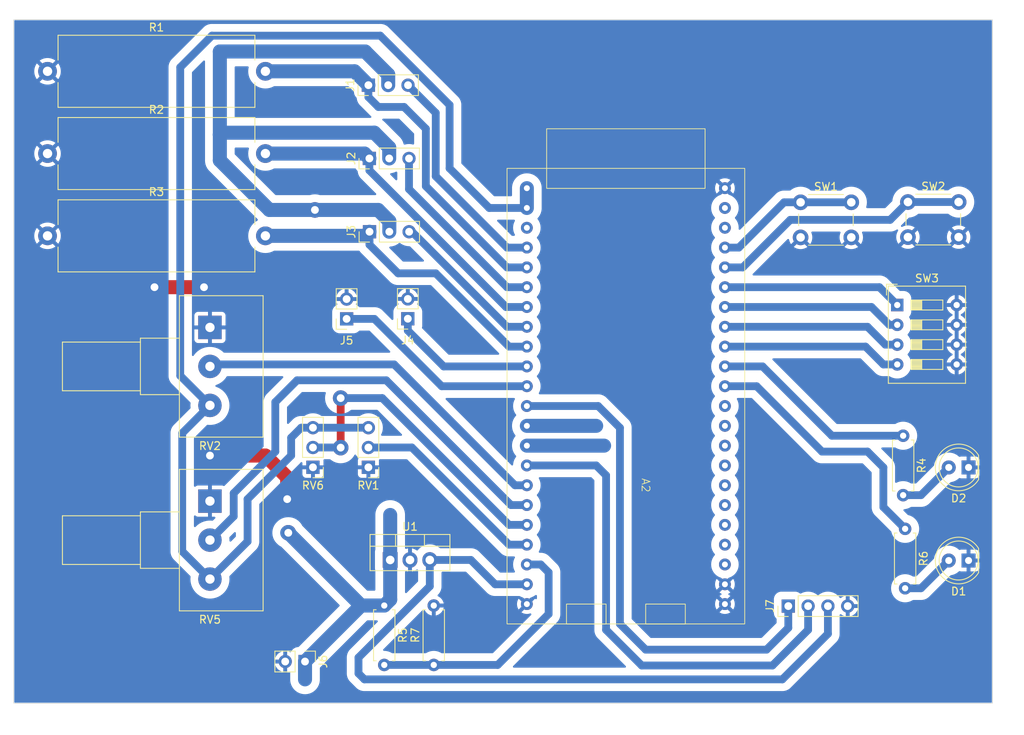
<source format=kicad_pcb>
(kicad_pcb (version 20221018) (generator pcbnew)
  (layers (0 "F.Cu" signal) (31 "B.Cu" signal) (34 "B.Paste" user) (35 "F.Paste" user) (36 "B.SilkS" user "B.Silkscreen") (37 "F.SilkS" user "F.Silkscreen") (38 "B.Mask" user) (39 "F.Mask" user) (44 "Edge.Cuts" user))
  (net 0 "")
  (net 1 "+3V3")
  (net 3 "ServoCurrSens_01")
  (net 4 "ServoCurrSens_02")
  (net 5 "ServoCurrSens_03")
  (net 6 "unconnected-(A2-3-Pad13)")
  (net 7 "ServoControl_03")
  (net 8 "Pot_03")
  (net 9 "ServoControl_02")
  (net 10 "ServoControl_01")
  (net 11 "OLED_SDA")
  (net 12 "BattVolt")
  (net 13 "unconnected-(A2-46-Pad14)")
  (net 14 "OLED_SCL")
  (net 15 "Pot_04")
  (net 16 "Pot_01")
  (net 17 "Pot_02")
  (net 18 "EMG_Sensor_01")
  (net 19 "EMG_Sensor_02")
  (net 20 "+5V")
  (net 21 "GND")
  (net 31 "Boostrap_03")
  (net 32 "Boostrap_02")
  (net 33 "Boostrap_01")
  (net 34 "Boostrap_00")
  (net 35 "DebugLED_0")
  (net 36 "DebugLED_1")
  (net 37 "Button_02")
  (net 38 "Button_01")
  (net 41 "Net-(D1-A)")
  (net 42 "+BATT")
  (net 43 "Net-(D2-A)")
  (footprint "Resistor_THT:R_Axial_Power_L25.0mm_W9.0mm_P27.94mm" (layer "F.Cu") (at 89.662 53.848)
    (fp_text reference "R1" (at 13.97 -5.62) (layer "F.SilkS"))
    (fp_text value "0.1")
    (pad "1" thru_hole circle (at 0 0) (size 2.4 2.4) (drill 1.2) (layers "*.Cu" "*.Mask") (net 21 "GND"))
    (pad "2" thru_hole oval (at 27.94 0) (size 2.4 2.4) (drill 1.2) (layers "*.Cu" "*.Mask") (net 3 "ServoCurrSens_01"))
  )
  (footprint "Resistor_THT:R_Axial_Power_L25.0mm_W9.0mm_P27.94mm" (layer "F.Cu") (at 89.662 64.398)
    (fp_text reference "R2" (at 13.97 -5.62) (layer "F.SilkS"))
    (fp_text value "0.1")
    (pad "1" thru_hole circle (at 0 0) (size 2.4 2.4) (drill 1.2) (layers "*.Cu" "*.Mask") (net 21 "GND"))
    (pad "2" thru_hole oval (at 27.94 0) (size 2.4 2.4) (drill 1.2) (layers "*.Cu" "*.Mask") (net 4 "ServoCurrSens_02"))
  )
  (footprint "Resistor_THT:R_Axial_DIN0207_L6.3mm_D2.5mm_P7.62mm_Horizontal" (layer "F.Cu") (at 199.385 100.584 -90)
    (fp_text reference "R4" (at 3.81 -2.37 90) (layer "F.SilkS"))
    (fp_text value "220")
    (pad "1" thru_hole circle (at 0 0 270) (size 1.6 1.6) (drill 0.8) (layers "*.Cu" "*.Mask") (net 36 "DebugLED_1"))
    (pad "2" thru_hole oval (at 7.62 0 270) (size 1.6 1.6) (drill 0.8) (layers "*.Cu" "*.Mask") (net 43 "Net-(D2-A)"))
  )
  (footprint "Resistor_THT:R_Axial_DIN0207_L6.3mm_D2.5mm_P7.62mm_Horizontal" (layer "F.Cu") (at 132.842 122.357 -90)
    (fp_text reference "R5" (at 3.81 -2.37 90) (layer "F.SilkS"))
    (fp_text value "4k7")
    (pad "1" thru_hole circle (at 0 0 270) (size 1.6 1.6) (drill 0.8) (layers "*.Cu" "*.Mask") (net 42 "+BATT"))
    (pad "2" thru_hole oval (at 7.62 0 270) (size 1.6 1.6) (drill 0.8) (layers "*.Cu" "*.Mask") (net 12 "BattVolt"))
  )
  (footprint "Button_Switch_THT:SW_DIP_SPSTx04_Slide_9.78x12.34mm_W7.62mm_P2.54mm" (layer "F.Cu") (at 198.628 83.82)
    (fp_text reference "SW3" (at 3.81 -3.42) (layer "F.SilkS"))
    (fp_text value "SW_Boostrap")
    (pad "1" thru_hole rect (at 0 0) (size 1.6 1.6) (drill 0.8) (layers "*.Cu" "*.Mask") (net 34 "Boostrap_00"))
    (pad "2" thru_hole oval (at 0 2.54) (size 1.6 1.6) (drill 0.8) (layers "*.Cu" "*.Mask") (net 33 "Boostrap_01"))
    (pad "3" thru_hole oval (at 0 5.08) (size 1.6 1.6) (drill 0.8) (layers "*.Cu" "*.Mask") (net 32 "Boostrap_02"))
    (pad "4" thru_hole oval (at 0 7.62) (size 1.6 1.6) (drill 0.8) (layers "*.Cu" "*.Mask") (net 31 "Boostrap_03"))
    (pad "5" thru_hole oval (at 7.62 7.62) (size 1.6 1.6) (drill 0.8) (layers "*.Cu" "*.Mask") (net 21 "GND"))
    (pad "6" thru_hole oval (at 7.62 5.08) (size 1.6 1.6) (drill 0.8) (layers "*.Cu" "*.Mask") (net 21 "GND"))
    (pad "7" thru_hole oval (at 7.62 2.54) (size 1.6 1.6) (drill 0.8) (layers "*.Cu" "*.Mask") (net 21 "GND"))
    (pad "8" thru_hole oval (at 7.62 0) (size 1.6 1.6) (drill 0.8) (layers "*.Cu" "*.Mask") (net 21 "GND"))
  )
  (footprint "Potentiometer_THT:Potentiometer_Alps_RK163_Single_Horizontal" (layer "F.Cu") (at 110.49 108.966)
    (fp_text reference "RV5" (at 0 15.2 180) (layer "F.SilkS"))
    (fp_text value "TrimPot_02")
    (pad "1" thru_hole rect (at 0 0 180) (size 3 3) (drill 1.2) (layers "*.Cu" "*.Mask") (net 21 "GND"))
    (pad "2" thru_hole circle (at 0 5 180) (size 3 3) (drill 1.2) (layers "*.Cu" "*.Mask") (net 17 "Pot_02"))
    (pad "3" thru_hole circle (at 0 10 180) (size 3 3) (drill 1.2) (layers "*.Cu" "*.Mask") (net 1 "+3V3"))
  )
  (footprint "Package_TO_SOT_THT:TO-220-3_Vertical" (layer "F.Cu") (at 133.604 116.515)
    (fp_text reference "U1" (at 2.54 -4.27) (layer "F.SilkS"))
    (fp_text value "LM7805_TO220")
    (pad "1" thru_hole rect (at 0 0) (size 1.905 2) (drill 1.1) (layers "*.Cu" "*.Mask") (net 42 "+BATT"))
    (pad "2" thru_hole oval (at 2.54 0) (size 1.905 2) (drill 1.1) (layers "*.Cu" "*.Mask") (net 21 "GND"))
    (pad "3" thru_hole oval (at 5.08 0) (size 1.905 2) (drill 1.1) (layers "*.Cu" "*.Mask") (net 20 "+5V"))
  )
  (footprint "Connector_PinHeader_2.54mm:PinHeader_1x04_P2.54mm_Vertical" (layer "F.Cu") (at 184.658 122.428 90)
    (fp_text reference "J7" (at 0 -2.33 90) (layer "F.SilkS"))
    (fp_text value "OLED_Disp")
    (pad "1" thru_hole rect (at 0 0 90) (size 1.7 1.7) (drill 1) (layers "*.Cu" "*.Mask") (net 11 "OLED_SDA"))
    (pad "2" thru_hole oval (at 0 2.54 90) (size 1.7 1.7) (drill 1) (layers "*.Cu" "*.Mask") (net 14 "OLED_SCL"))
    (pad "3" thru_hole oval (at 0 5.08 90) (size 1.7 1.7) (drill 1) (layers "*.Cu" "*.Mask") (net 20 "+5V"))
    (pad "4" thru_hole oval (at 0 7.62 90) (size 1.7 1.7) (drill 1) (layers "*.Cu" "*.Mask") (net 21 "GND"))
  )
  (footprint "Connector_PinHeader_2.54mm:PinHeader_1x03_P2.54mm_Vertical" (layer "F.Cu") (at 130.952 74.422 90)
    (fp_text reference "J3" (at 0 -2.33 90) (layer "F.SilkS"))
    (fp_text value "Servo_03")
    (pad "1" thru_hole rect (at 0 0 90) (size 1.7 1.7) (drill 1) (layers "*.Cu" "*.Mask") (net 5 "ServoCurrSens_03"))
    (pad "2" thru_hole oval (at 0 2.54 90) (size 1.7 1.7) (drill 1) (layers "*.Cu" "*.Mask") (net 42 "+BATT"))
    (pad "3" thru_hole oval (at 0 5.08 90) (size 1.7 1.7) (drill 1) (layers "*.Cu" "*.Mask") (net 7 "ServoControl_03"))
  )
  (footprint "Connector_PinSocket_2.54mm:PinSocket_1x02_P2.54mm_Vertical" (layer "F.Cu") (at 128.016 85.598 180)
    (fp_text reference "J5" (at 0 -2.77) (layer "F.SilkS"))
    (fp_text value "EMG_Sensor_02")
    (pad "1" thru_hole rect (at 0 0 180) (size 1.7 1.7) (drill 1) (layers "*.Cu" "*.Mask") (net 19 "EMG_Sensor_02"))
    (pad "2" thru_hole oval (at 0 2.54 180) (size 1.7 1.7) (drill 1) (layers "*.Cu" "*.Mask") (net 21 "GND"))
  )
  (footprint "LED_THT:LED_D5.0mm" (layer "F.Cu") (at 207.772 116.586 180)
    (fp_text reference "D1" (at 1.27 -3.96) (layer "F.SilkS"))
    (fp_text value "RED")
    (pad "1" thru_hole rect (at 0 0 180) (size 1.8 1.8) (drill 0.9) (layers "*.Cu" "*.Mask") (net 21 "GND"))
    (pad "2" thru_hole circle (at 2.54 0 180) (size 1.8 1.8) (drill 0.9) (layers "*.Cu" "*.Mask") (net 41 "Net-(D1-A)"))
  )
  (footprint "FootprintLibrary:ESP32S3_DevModule" (layer "F.Cu") (at 163.83 96.774 -90)
    (fp_text reference "A2" (at 10.16 -2.54 -90 unlocked) (layer "F.SilkS") (effects (font (thickness 0.1))))
    (fp_text value "~")
    (pad "1" thru_hole circle (at -27.94 12.7 270) (size 1.524 1.524) (drill 0.762) (layers "*.Cu" "*.Mask") (net 1 "+3V3"))
    (pad "2" thru_hole circle (at -25.4 12.7 270) (size 1.524 1.524) (drill 0.762) (layers "*.Cu" "*.Mask") (net 1 "+3V3"))
    (pad "3" thru_hole circle (at -22.86 12.7 270) (size 1.524 1.524) (drill 0.762) (layers "*.Cu" "*.Mask"))
    (pad "4" thru_hole circle (at -20.32 12.7 270) (size 1.524 1.524) (drill 0.762) (layers "*.Cu" "*.Mask") (net 10 "ServoControl_01"))
    (pad "5" thru_hole circle (at -17.78 12.7 270) (size 1.524 1.524) (drill 0.762) (layers "*.Cu" "*.Mask") (net 3 "ServoCurrSens_01"))
    (pad "6" thru_hole circle (at -15.24 12.7 270) (size 1.524 1.524) (drill 0.762) (layers "*.Cu" "*.Mask") (net 9 "ServoControl_02"))
    (pad "7" thru_hole circle (at -12.7 12.7 270) (size 1.524 1.524) (drill 0.762) (layers "*.Cu" "*.Mask") (net 4 "ServoCurrSens_02"))
    (pad "8" thru_hole circle (at -10.16 12.7 270) (size 1.524 1.524) (drill 0.762) (layers "*.Cu" "*.Mask") (net 7 "ServoControl_03"))
    (pad "9" thru_hole circle (at -7.62 12.7 270) (size 1.524 1.524) (drill 0.762) (layers "*.Cu" "*.Mask") (net 5 "ServoCurrSens_03"))
    (pad "10" thru_hole circle (at -5.08 12.7 270) (size 1.524 1.524) (drill 0.762) (layers "*.Cu" "*.Mask") (net 18 "EMG_Sensor_01"))
    (pad "11" thru_hole circle (at -2.54 12.7 270) (size 1.524 1.524) (drill 0.762) (layers "*.Cu" "*.Mask") (net 19 "EMG_Sensor_02"))
    (pad "12" thru_hole circle (at 0 12.7 270) (size 1.524 1.524) (drill 0.762) (layers "*.Cu" "*.Mask") (net 11 "OLED_SDA"))
    (pad "13" thru_hole circle (at 2.54 12.7 270) (size 1.524 1.524) (drill 0.762) (layers "*.Cu" "*.Mask") (net 6 "unconnected-(A2-3-Pad13)"))
    (pad "14" thru_hole circle (at 5.08 12.7 270) (size 1.524 1.524) (drill 0.762) (layers "*.Cu" "*.Mask") (net 13 "unconnected-(A2-46-Pad14)"))
    (pad "15" thru_hole circle (at 7.62 12.7 270) (size 1.524 1.524) (drill 0.762) (layers "*.Cu" "*.Mask") (net 14 "OLED_SCL"))
    (pad "16" thru_hole circle (at 10.16 12.7 270) (size 1.524 1.524) (drill 0.762) (layers "*.Cu" "*.Mask") (net 16 "Pot_01"))
    (pad "17" thru_hole circle (at 12.7 12.7 270) (size 1.524 1.524) (drill 0.762) (layers "*.Cu" "*.Mask") (net 17 "Pot_02"))
    (pad "18" thru_hole circle (at 15.24 12.7 270) (size 1.524 1.524) (drill 0.762) (layers "*.Cu" "*.Mask") (net 8 "Pot_03"))
    (pad "19" thru_hole circle (at 17.78 12.7 270) (size 1.524 1.524) (drill 0.762) (layers "*.Cu" "*.Mask") (net 15 "Pot_04"))
    (pad "20" thru_hole circle (at 20.32 12.7 270) (size 1.524 1.524) (drill 0.762) (layers "*.Cu" "*.Mask") (net 12 "BattVolt"))
    (pad "21" thru_hole circle (at 22.86 12.7 270) (size 1.524 1.524) (drill 0.762) (layers "*.Cu" "*.Mask") (net 20 "+5V"))
    (pad "22" thru_hole circle (at 25.4 12.7 270) (size 1.524 1.524) (drill 0.762) (layers "*.Cu" "*.Mask") (net 21 "GND"))
    (pad "23" thru_hole circle (at 25.4 -12.7 270) (size 1.524 1.524) (drill 0.762) (layers "*.Cu" "*.Mask") (net 21 "GND"))
    (pad "24" thru_hole circle (at 22.86 -12.7 270) (size 1.524 1.524) (drill 0.762) (layers "*.Cu" "*.Mask") (net 21 "GND"))
    (pad "25" thru_hole circle (at 20.32 -12.7 270) (size 1.524 1.524) (drill 0.762) (layers "*.Cu" "*.Mask"))
    (pad "26" thru_hole circle (at 17.78 -12.7 270) (size 1.524 1.524) (drill 0.762) (layers "*.Cu" "*.Mask"))
    (pad "27" thru_hole circle (at 15.24 -12.7 270) (size 1.524 1.524) (drill 0.762) (layers "*.Cu" "*.Mask"))
    (pad "28" thru_hole circle (at 12.7 -12.7 270) (size 1.524 1.524) (drill 0.762) (layers "*.Cu" "*.Mask"))
    (pad "29" thru_hole circle (at 10.16 -12.7 270) (size 1.524 1.524) (drill 0.762) (layers "*.Cu" "*.Mask"))
    (pad "30" thru_hole circle (at 7.62 -12.7 270) (size 1.524 1.524) (drill 0.762) (layers "*.Cu" "*.Mask"))
    (pad "31" thru_hole circle (at 5.08 -12.7 270) (size 1.524 1.524) (drill 0.762) (layers "*.Cu" "*.Mask"))
    (pad "32" thru_hole circle (at 2.54 -12.7 270) (size 1.524 1.524) (drill 0.762) (layers "*.Cu" "*.Mask"))
    (pad "33" thru_hole circle (at 0 -12.7 270) (size 1.524 1.524) (drill 0.762) (layers "*.Cu" "*.Mask"))
    (pad "34" thru_hole circle (at -2.54 -12.7 270) (size 1.524 1.524) (drill 0.762) (layers "*.Cu" "*.Mask") (net 35 "DebugLED_0"))
    (pad "35" thru_hole circle (at -5.08 -12.7 270) (size 1.524 1.524) (drill 0.762) (layers "*.Cu" "*.Mask") (net 36 "DebugLED_1"))
    (pad "36" thru_hole circle (at -7.62 -12.7 270) (size 1.524 1.524) (drill 0.762) (layers "*.Cu" "*.Mask") (net 31 "Boostrap_03"))
    (pad "37" thru_hole circle (at -10.16 -12.7 270) (size 1.524 1.524) (drill 0.762) (layers "*.Cu" "*.Mask") (net 32 "Boostrap_02"))
    (pad "38" thru_hole circle (at -12.7 -12.7 270) (size 1.524 1.524) (drill 0.762) (layers "*.Cu" "*.Mask") (net 33 "Boostrap_01"))
    (pad "39" thru_hole circle (at -15.24 -12.7 270) (size 1.524 1.524) (drill 0.762) (layers "*.Cu" "*.Mask") (net 34 "Boostrap_00"))
    (pad "40" thru_hole circle (at -17.78 -12.7 270) (size 1.524 1.524) (drill 0.762) (layers "*.Cu" "*.Mask") (net 37 "Button_02"))
    (pad "41" thru_hole circle (at -20.32 -12.7 270) (size 1.524 1.524) (drill 0.762) (layers "*.Cu" "*.Mask") (net 38 "Button_01"))
    (pad "42" thru_hole circle (at -22.86 -12.7 270) (size 1.524 1.524) (drill 0.762) (layers "*.Cu" "*.Mask"))
    (pad "43" thru_hole circle (at -25.4 -12.7 270) (size 1.524 1.524) (drill 0.762) (layers "*.Cu" "*.Mask"))
    (pad "44" thru_hole circle (at -27.94 -12.7 270) (size 1.524 1.524) (drill 0.762) (layers "*.Cu" "*.Mask") (net 21 "GND"))
  )
  (footprint "Potentiometer_THT:Potentiometer_Alps_RK163_Single_Horizontal" (layer "F.Cu") (at 110.49 86.694)
    (fp_text reference "RV2" (at 0 15.2 180) (layer "F.SilkS"))
    (fp_text value "TrimPot_01")
    (pad "1" thru_hole rect (at 0 0 180) (size 3 3) (drill 1.2) (layers "*.Cu" "*.Mask") (net 21 "GND"))
    (pad "2" thru_hole circle (at 0 5 180) (size 3 3) (drill 1.2) (layers "*.Cu" "*.Mask") (net 16 "Pot_01"))
    (pad "3" thru_hole circle (at 0 10 180) (size 3 3) (drill 1.2) (layers "*.Cu" "*.Mask") (net 1 "+3V3"))
  )
  (footprint "Resistor_THT:R_Axial_Power_L25.0mm_W9.0mm_P27.94mm" (layer "F.Cu") (at 89.662 74.948)
    (fp_text reference "R3" (at 13.97 -5.62) (layer "F.SilkS"))
    (fp_text value "0.1")
    (pad "1" thru_hole circle (at 0 0) (size 2.4 2.4) (drill 1.2) (layers "*.Cu" "*.Mask") (net 21 "GND"))
    (pad "2" thru_hole oval (at 27.94 0) (size 2.4 2.4) (drill 1.2) (layers "*.Cu" "*.Mask") (net 5 "ServoCurrSens_03"))
  )
  (footprint "Connector_PinHeader_2.54mm:PinHeader_1x03_P2.54mm_Vertical" (layer "F.Cu") (at 130.81 55.626 90)
    (fp_text reference "J1" (at 0 -2.33 90) (layer "F.SilkS"))
    (fp_text value "Servo_01")
    (pad "1" thru_hole rect (at 0 0 90) (size 1.7 1.7) (drill 1) (layers "*.Cu" "*.Mask") (net 3 "ServoCurrSens_01"))
    (pad "2" thru_hole oval (at 0 2.54 90) (size 1.7 1.7) (drill 1) (layers "*.Cu" "*.Mask") (net 42 "+BATT"))
    (pad "3" thru_hole oval (at 0 5.08 90) (size 1.7 1.7) (drill 1) (layers "*.Cu" "*.Mask") (net 10 "ServoControl_01"))
  )
  (footprint "Connector_PinHeader_2.54mm:PinHeader_1x02_P2.54mm_Vertical" (layer "F.Cu") (at 122.682 129.54 -90)
    (fp_text reference "J6" (at 0 -2.33 90) (layer "F.SilkS"))
    (fp_text value "Bat_Con")
    (pad "1" thru_hole rect (at 0 0 270) (size 1.7 1.7) (drill 1) (layers "*.Cu" "*.Mask") (net 42 "+BATT"))
    (pad "2" thru_hole oval (at 0 2.54 270) (size 1.7 1.7) (drill 1) (layers "*.Cu" "*.Mask") (net 21 "GND"))
  )
  (footprint "Resistor_THT:R_Axial_DIN0207_L6.3mm_D2.5mm_P7.62mm_Horizontal" (layer "F.Cu") (at 199.639 112.522 -90)
    (fp_text reference "R6" (at 3.81 -2.37 90) (layer "F.SilkS"))
    (fp_text value "220")
    (pad "1" thru_hole circle (at 0 0 270) (size 1.6 1.6) (drill 0.8) (layers "*.Cu" "*.Mask") (net 35 "DebugLED_0"))
    (pad "2" thru_hole oval (at 7.62 0 270) (size 1.6 1.6) (drill 0.8) (layers "*.Cu" "*.Mask") (net 41 "Net-(D1-A)"))
  )
  (footprint "Connector_PinSocket_2.54mm:PinSocket_1x02_P2.54mm_Vertical" (layer "F.Cu") (at 135.865 85.578 180)
    (fp_text reference "J4" (at 0 -2.77) (layer "F.SilkS"))
    (fp_text value "EMG_Sensor_01")
    (pad "1" thru_hole rect (at 0 0 180) (size 1.7 1.7) (drill 1) (layers "*.Cu" "*.Mask") (net 18 "EMG_Sensor_01"))
    (pad "2" thru_hole oval (at 0 2.54 180) (size 1.7 1.7) (drill 1) (layers "*.Cu" "*.Mask") (net 21 "GND"))
  )
  (footprint "Resistor_THT:R_Axial_DIN0207_L6.3mm_D2.5mm_P7.62mm_Horizontal" (layer "F.Cu") (at 139.192 129.977 90)
    (fp_text reference "R7" (at 3.81 -2.37 90) (layer "F.SilkS"))
    (fp_text value "1k2")
    (pad "1" thru_hole circle (at 0 0 90) (size 1.6 1.6) (drill 0.8) (layers "*.Cu" "*.Mask") (net 12 "BattVolt"))
    (pad "2" thru_hole oval (at 7.62 0 90) (size 1.6 1.6) (drill 0.8) (layers "*.Cu" "*.Mask") (net 21 "GND"))
  )
  (footprint "Button_Switch_THT:SW_PUSH_6mm" (layer "F.Cu") (at 186.234 70.648)
    (fp_text reference "SW1" (at 3.25 -2) (layer "F.SilkS"))
    (fp_text value "Button_01")
    (pad "1" thru_hole circle (at 0 0 90) (size 2 2) (drill 1.1) (layers "*.Cu" "*.Mask") (net 38 "Button_01"))
    (pad "1" thru_hole circle (at 6.5 0 90) (size 2 2) (drill 1.1) (layers "*.Cu" "*.Mask") (net 38 "Button_01"))
    (pad "2" thru_hole circle (at 0 4.5 90) (size 2 2) (drill 1.1) (layers "*.Cu" "*.Mask") (net 21 "GND"))
    (pad "2" thru_hole circle (at 6.5 4.5 90) (size 2 2) (drill 1.1) (layers "*.Cu" "*.Mask") (net 21 "GND"))
  )
  (footprint "Button_Switch_THT:SW_PUSH_6mm" (layer "F.Cu") (at 200.002 70.612)
    (fp_text reference "SW2" (at 3.25 -2) (layer "F.SilkS"))
    (fp_text value "Button_02")
    (pad "1" thru_hole circle (at 0 0 90) (size 2 2) (drill 1.1) (layers "*.Cu" "*.Mask") (net 37 "Button_02"))
    (pad "1" thru_hole circle (at 6.5 0 90) (size 2 2) (drill 1.1) (layers "*.Cu" "*.Mask") (net 37 "Button_02"))
    (pad "2" thru_hole circle (at 0 4.5 90) (size 2 2) (drill 1.1) (layers "*.Cu" "*.Mask") (net 21 "GND"))
    (pad "2" thru_hole circle (at 6.5 4.5 90) (size 2 2) (drill 1.1) (layers "*.Cu" "*.Mask") (net 21 "GND"))
  )
  (footprint "LED_THT:LED_D5.0mm" (layer "F.Cu") (at 207.772 104.648 180)
    (fp_text reference "D2" (at 1.27 -3.96) (layer "F.SilkS"))
    (fp_text value "GREEN")
    (pad "1" thru_hole rect (at 0 0 180) (size 1.8 1.8) (drill 0.9) (layers "*.Cu" "*.Mask") (net 21 "GND"))
    (pad "2" thru_hole circle (at 2.54 0 180) (size 1.8 1.8) (drill 0.9) (layers "*.Cu" "*.Mask") (net 43 "Net-(D2-A)"))
  )
  (footprint "Connector_PinHeader_2.54mm:PinHeader_1x03_P2.54mm_Vertical" (layer "F.Cu") (at 130.937 65.024 90)
    (fp_text reference "J2" (at 0 -2.33 90) (layer "F.SilkS"))
    (fp_text value "Servo_02")
    (pad "1" thru_hole rect (at 0 0 90) (size 1.7 1.7) (drill 1) (layers "*.Cu" "*.Mask") (net 4 "ServoCurrSens_02"))
    (pad "2" thru_hole oval (at 0 2.54 90) (size 1.7 1.7) (drill 1) (layers "*.Cu" "*.Mask") (net 42 "+BATT"))
    (pad "3" thru_hole oval (at 0 5.08 90) (size 1.7 1.7) (drill 1) (layers "*.Cu" "*.Mask") (net 9 "ServoControl_02"))
  )
  (footprint "Connector_PinHeader_2.54mm:PinHeader_1x03_P2.54mm_Vertical" (layer "F.Cu") (at 130.81 104.633 180)
    (fp_text reference "RV1" (at 0 -2.33) (layer "F.SilkS"))
    (fp_text value "TrimPot_04")
    (pad "1" thru_hole rect (at 0 0 180) (size 1.7 1.7) (drill 1) (layers "*.Cu" "*.Mask") (net 21 "GND"))
    (pad "2" thru_hole oval (at 0 2.54 180) (size 1.7 1.7) (drill 1) (layers "*.Cu" "*.Mask") (net 15 "Pot_04"))
    (pad "3" thru_hole oval (at 0 5.08 180) (size 1.7 1.7) (drill 1) (layers "*.Cu" "*.Mask") (net 1 "+3V3"))
  )
  (footprint "Connector_PinHeader_2.54mm:PinHeader_1x03_P2.54mm_Vertical" (layer "F.Cu") (at 123.698 104.633 180)
    (fp_text reference "RV6" (at 0 -2.33) (layer "F.SilkS"))
    (fp_text value "TrimPot_03")
    (pad "1" thru_hole rect (at 0 0 180) (size 1.7 1.7) (drill 1) (layers "*.Cu" "*.Mask") (net 21 "GND"))
    (pad "2" thru_hole oval (at 0 2.54 180) (size 1.7 1.7) (drill 1) (layers "*.Cu" "*.Mask") (net 8 "Pot_03"))
    (pad "3" thru_hole oval (at 0 5.08 180) (size 1.7 1.7) (drill 1) (layers "*.Cu" "*.Mask") (net 1 "+3V3"))
  )
  (gr_rect (start 85.344 47.244) (end 210.82 134.874) (stroke (width 0.1)) (fill none) (layer "Edge.Cuts"))
  (segment (start 151.13 68.834) (end 151.13 71.374) (width 1.8) (layer "B.Cu") (net 1))
  (segment (start 106.934 100.25) (end 106.934 115.41) (width 1) (layer "B.Cu") (net 1))
  (segment (start 120.904 100.838) (end 120.904 103.124) (width 1) (layer "B.Cu") (net 1))
  (segment (start 146.304 71.374) (end 151.13 71.374) (width 1) (layer "B.Cu") (net 1))
  (segment (start 132.334 49.276) (end 141.224 58.166) (width 1) (layer "B.Cu") (net 1))
  (segment (start 106.68 92.884) (end 106.68 53.34) (width 1) (layer "B.Cu") (net 1))
  (segment (start 141.224 66.294) (end 146.304 71.374) (width 1) (layer "B.Cu") (net 1))
  (segment (start 110.49 96.694) (end 106.934 100.25) (width 1) (layer "B.Cu") (net 1))
  (segment (start 110.49 96.694) (end 106.68 92.884) (width 1) (layer "B.Cu") (net 1))
  (segment (start 115.316 108.712) (end 115.316 114.14) (width 1) (layer "B.Cu") (net 1))
  (segment (start 141.224 58.166) (end 141.224 66.294) (width 1) (layer "B.Cu") (net 1))
  (segment (start 106.934 115.41) (end 110.49 118.966) (width 1) (layer "B.Cu") (net 1))
  (segment (start 122.189 99.553) (end 120.904 100.838) (width 1) (layer "B.Cu") (net 1))
  (segment (start 110.744 49.276) (end 132.334 49.276) (width 1) (layer "B.Cu") (net 1))
  (segment (start 123.698 99.553) (end 122.189 99.553) (width 1) (layer "B.Cu") (net 1))
  (segment (start 120.904 103.124) (end 115.316 108.712) (width 1) (layer "B.Cu") (net 1))
  (segment (start 106.68 53.34) (end 110.744 49.276) (width 1) (layer "B.Cu") (net 1))
  (segment (start 115.316 114.14) (end 110.49 118.966) (width 1) (layer "B.Cu") (net 1))
  (segment (start 130.81 99.553) (end 123.698 99.553) (width 1) (layer "B.Cu") (net 1))
  (segment (start 129.032 53.848) (end 130.81 55.626) (width 1.8) (layer "B.Cu") (net 3))
  (segment (start 148.59 78.994) (end 151.13 78.994) (width 1) (layer "B.Cu") (net 3))
  (segment (start 138.176 68.58) (end 148.59 78.994) (width 1) (layer "B.Cu") (net 3))
  (segment (start 132.08 58.42) (end 135.382 58.42) (width 1) (layer "B.Cu") (net 3))
  (segment (start 130.81 55.626) (end 130.81 57.15) (width 1) (layer "B.Cu") (net 3))
  (segment (start 130.81 57.15) (end 132.08 58.42) (width 1) (layer "B.Cu") (net 3))
  (segment (start 138.176 61.214) (end 138.176 68.58) (width 1) (layer "B.Cu") (net 3))
  (segment (start 135.382 58.42) (end 138.176 61.214) (width 1) (layer "B.Cu") (net 3))
  (segment (start 117.602 53.848) (end 129.032 53.848) (width 1.8) (layer "B.Cu") (net 3))
  (segment (start 148.463 84.074) (end 151.13 84.074) (width 1) (layer "B.Cu") (net 4))
  (segment (start 130.937 66.548) (end 148.463 84.074) (width 1) (layer "B.Cu") (net 4))
  (segment (start 117.602 64.398) (end 130.311 64.398) (width 1.8) (layer "B.Cu") (net 4))
  (segment (start 130.937 65.024) (end 130.937 66.548) (width 1) (layer "B.Cu") (net 4))
  (segment (start 130.311 64.398) (end 130.937 65.024) (width 1.8) (layer "B.Cu") (net 4))
  (segment (start 134.62 79.756) (end 139.446 79.756) (width 1) (layer "B.Cu") (net 5))
  (segment (start 117.602 74.948) (end 130.426 74.948) (width 1.8) (layer "B.Cu") (net 5))
  (segment (start 130.426 74.948) (end 130.952 74.422) (width 1.8) (layer "B.Cu") (net 5))
  (segment (start 130.952 76.088) (end 134.62 79.756) (width 1) (layer "B.Cu") (net 5))
  (segment (start 139.446 79.756) (end 148.844 89.154) (width 1) (layer "B.Cu") (net 5))
  (segment (start 130.952 74.422) (end 130.952 76.088) (width 1) (layer "B.Cu") (net 5))
  (segment (start 148.844 89.154) (end 151.13 89.154) (width 1) (layer "B.Cu") (net 5))
  (segment (start 151.13 99.314) (end 160.02 99.314) (width 1.8) (layer "B.Cu") (net 6))
  (segment (start 136.032 74.422) (end 136.398 74.422) (width 1) (layer "B.Cu") (net 7))
  (segment (start 136.398 74.422) (end 148.59 86.614) (width 1) (layer "B.Cu") (net 7))
  (segment (start 148.59 86.614) (end 151.13 86.614) (width 1) (layer "B.Cu") (net 7))
  (segment (start 127.254 95.758) (end 127.254 102.108) (width 1) (layer "F.Cu") (net 8))
  (via (at 127.254 95.758) (size 2) (drill 1) (layers "F.Cu" "B.Cu") (net 8))
  (via (at 127.254 102.108) (size 2) (drill 1) (layers "F.Cu" "B.Cu") (net 8))
  (segment (start 132.588 95.758) (end 127.254 95.758) (width 1) (layer "B.Cu") (net 8))
  (segment (start 151.13 112.014) (end 148.844 112.014) (width 1) (layer "B.Cu") (net 8))
  (segment (start 123.698 102.093) (end 127.239 102.093) (width 1) (layer "B.Cu") (net 8))
  (segment (start 148.844 112.014) (end 132.588 95.758) (width 1) (layer "B.Cu") (net 8))
  (segment (start 127.239 102.093) (end 127.254 102.108) (width 1) (layer "B.Cu") (net 8))
  (segment (start 136.017 65.024) (end 136.017 68.961) (width 1) (layer "B.Cu") (net 9))
  (segment (start 148.59 81.534) (end 151.13 81.534) (width 1) (layer "B.Cu") (net 9))
  (segment (start 136.017 68.961) (end 148.59 81.534) (width 1) (layer "B.Cu") (net 9))
  (segment (start 139.446 67.31) (end 148.59 76.454) (width 1) (layer "B.Cu") (net 10))
  (segment (start 148.59 76.454) (end 151.13 76.454) (width 1) (layer "B.Cu") (net 10))
  (segment (start 139.446 59.182) (end 139.446 67.31) (width 1) (layer "B.Cu") (net 10))
  (segment (start 135.89 55.626) (end 139.446 59.182) (width 1) (layer "B.Cu") (net 10))
  (segment (start 163.068 99.568) (end 163.068 124.714) (width 1) (layer "B.Cu") (net 11))
  (segment (start 163.068 124.714) (end 166.37 128.016) (width 1) (layer "B.Cu") (net 11))
  (segment (start 166.37 128.016) (end 181.864 128.016) (width 1) (layer "B.Cu") (net 11))
  (segment (start 181.864 128.016) (end 184.658 125.222) (width 1) (layer "B.Cu") (net 11))
  (segment (start 160.274 96.774) (end 163.068 99.568) (width 1) (layer "B.Cu") (net 11))
  (segment (start 151.13 96.774) (end 160.274 96.774) (width 1) (layer "B.Cu") (net 11))
  (segment (start 184.658 125.222) (end 184.658 122.428) (width 1) (layer "B.Cu") (net 11))
  (segment (start 152.908 117.094) (end 151.13 117.094) (width 1) (layer "B.Cu") (net 12))
  (segment (start 147.391 129.977) (end 153.924 123.444) (width 1) (layer "B.Cu") (net 12))
  (segment (start 153.924 123.444) (end 153.924 118.11) (width 1) (layer "B.Cu") (net 12))
  (segment (start 132.842 129.977) (end 139.192 129.977) (width 1) (layer "B.Cu") (net 12))
  (segment (start 139.192 129.977) (end 147.391 129.977) (width 1) (layer "B.Cu") (net 12))
  (segment (start 153.924 118.11) (end 152.908 117.094) (width 1) (layer "B.Cu") (net 12))
  (segment (start 151.13 101.854) (end 161.036 101.854) (width 1.8) (layer "B.Cu") (net 13))
  (segment (start 182.626 130.048) (end 187.198 125.476) (width 1) (layer "B.Cu") (net 14))
  (segment (start 161.29 105.664) (end 161.29 125.476) (width 1) (layer "B.Cu") (net 14))
  (segment (start 161.29 125.476) (end 165.862 130.048) (width 1) (layer "B.Cu") (net 14))
  (segment (start 187.198 125.476) (end 187.198 122.428) (width 1) (layer "B.Cu") (net 14))
  (segment (start 165.862 130.048) (end 182.626 130.048) (width 1) (layer "B.Cu") (net 14))
  (segment (start 160.02 104.394) (end 161.29 105.664) (width 1) (layer "B.Cu") (net 14))
  (segment (start 151.13 104.394) (end 160.02 104.394) (width 1) (layer "B.Cu") (net 14))
  (segment (start 130.81 102.093) (end 136.383 102.093) (width 1) (layer "B.Cu") (net 15))
  (segment (start 148.844 114.554) (end 151.13 114.554) (width 1) (layer "B.Cu") (net 15))
  (segment (start 136.383 102.093) (end 148.844 114.554) (width 1) (layer "B.Cu") (net 15))
  (segment (start 149.606 106.934) (end 134.112 91.44) (width 1) (layer "B.Cu") (net 16))
  (segment (start 110.744 91.44) (end 110.49 91.694) (width 1) (layer "B.Cu") (net 16))
  (segment (start 151.13 106.934) (end 149.606 106.934) (width 1) (layer "B.Cu") (net 16))
  (segment (start 134.112 91.44) (end 110.744 91.44) (width 1) (layer "B.Cu") (net 16))
  (segment (start 133.096 93.472) (end 149.098 109.474) (width 1) (layer "B.Cu") (net 17))
  (segment (start 110.49 113.966) (end 113.538 110.918) (width 1) (layer "B.Cu") (net 17))
  (segment (start 149.098 109.474) (end 151.13 109.474) (width 1) (layer "B.Cu") (net 17))
  (segment (start 121.666 93.472) (end 133.096 93.472) (width 1) (layer "B.Cu") (net 17))
  (segment (start 113.538 110.918) (end 113.538 107.95) (width 1) (layer "B.Cu") (net 17))
  (segment (start 113.538 107.95) (end 118.872 102.616) (width 1) (layer "B.Cu") (net 17))
  (segment (start 118.872 96.266) (end 121.666 93.472) (width 1) (layer "B.Cu") (net 17))
  (segment (start 118.872 102.616) (end 118.872 96.266) (width 1) (layer "B.Cu") (net 17))
  (segment (start 135.865 85.578) (end 135.865 87.097) (width 1) (layer "B.Cu") (net 18))
  (segment (start 140.462 91.694) (end 151.13 91.694) (width 1) (layer "B.Cu") (net 18))
  (segment (start 135.865 87.097) (end 140.462 91.694) (width 1) (layer "B.Cu") (net 18))
  (segment (start 140.208 94.234) (end 151.13 94.234) (width 1) (layer "B.Cu") (net 19))
  (segment (start 128.016 85.598) (end 131.572 85.598) (width 1) (layer "B.Cu") (net 19))
  (segment (start 131.572 85.598) (end 140.208 94.234) (width 1) (layer "B.Cu") (net 19))
  (segment (start 130.302 131.826) (end 129.54 131.064) (width 1) (layer "B.Cu") (net 20))
  (segment (start 183.896 131.826) (end 130.302 131.826) (width 1) (layer "B.Cu") (net 20))
  (segment (start 138.684 119.888) (end 138.684 116.515) (width 1) (layer "B.Cu") (net 20))
  (segment (start 138.684 116.515) (end 143.947 116.515) (width 1) (layer "B.Cu") (net 20))
  (segment (start 143.947 116.515) (end 147.066 119.634) (width 1) (layer "B.Cu") (net 20))
  (segment (start 189.738 125.984) (end 183.896 131.826) (width 1) (layer "B.Cu") (net 20))
  (segment (start 189.738 122.428) (end 189.738 125.984) (width 1) (layer "B.Cu") (net 20))
  (segment (start 129.54 131.064) (end 129.54 129.032) (width 1) (layer "B.Cu") (net 20))
  (segment (start 129.54 129.032) (end 138.684 119.888) (width 1) (layer "B.Cu") (net 20))
  (segment (start 147.066 119.634) (end 151.13 119.634) (width 1) (layer "B.Cu") (net 20))
  (segment (start 120.396 105.918) (end 120.396 108.712) (width 1.8) (layer "F.Cu") (net 21))
  (segment (start 117.602 103.124) (end 120.396 105.918) (width 1.8) (layer "F.Cu") (net 21))
  (segment (start 109.728 81.534) (end 103.378 81.534) (width 1.8) (layer "F.Cu") (net 21))
  (segment (start 110.49 103.124) (end 117.602 103.124) (width 1.8) (layer "F.Cu") (net 21))
  (via (at 120.396 108.712) (size 2) (drill 1) (layers "F.Cu" "B.Cu") (net 21))
  (via (at 103.378 81.534) (size 2) (drill 1) (layers "F.Cu" "B.Cu") (net 21))
  (via (at 109.728 81.534) (size 2) (drill 1) (layers "F.Cu" "B.Cu") (net 21))
  (via (at 110.49 103.124) (size 2) (drill 1) (layers "F.Cu" "B.Cu") (net 21))
  (segment (start 176.53 89.154) (end 194.564 89.154) (width 1) (layer "B.Cu") (net 31))
  (segment (start 194.564 89.154) (end 196.85 91.44) (width 1) (layer "B.Cu") (net 31))
  (segment (start 196.85 91.44) (end 198.628 91.44) (width 1) (layer "B.Cu") (net 31))
  (segment (start 194.818 86.614) (end 197.104 88.9) (width 1) (layer "B.Cu") (net 32))
  (segment (start 176.53 86.614) (end 194.818 86.614) (width 1) (layer "B.Cu") (net 32))
  (segment (start 197.104 88.9) (end 198.628 88.9) (width 1) (layer "B.Cu") (net 32))
  (segment (start 176.53 84.074) (end 195.326 84.074) (width 1) (layer "B.Cu") (net 33))
  (segment (start 195.326 84.074) (end 197.612 86.36) (width 1) (layer "B.Cu") (net 33))
  (segment (start 197.612 86.36) (end 198.628 86.36) (width 1) (layer "B.Cu") (net 33))
  (segment (start 176.53 81.534) (end 196.342 81.534) (width 1) (layer "B.Cu") (net 34))
  (segment (start 196.342 81.534) (end 198.628 83.82) (width 1) (layer "B.Cu") (net 34))
  (segment (start 194.818 102.616) (end 196.85 104.648) (width 1) (layer "B.Cu") (net 35))
  (segment (start 176.53 94.234) (end 180.594 94.234) (width 1) (layer "B.Cu") (net 35))
  (segment (start 196.85 104.648) (end 196.85 109.733) (width 1) (layer "B.Cu") (net 35))
  (segment (start 188.976 102.616) (end 194.818 102.616) (width 1) (layer "B.Cu") (net 35))
  (segment (start 180.594 94.234) (end 188.976 102.616) (width 1) (layer "B.Cu") (net 35))
  (segment (start 196.85 109.733) (end 199.639 112.522) (width 1) (layer "B.Cu") (net 35))
  (segment (start 190.246 100.584) (end 199.385 100.584) (width 1) (layer "B.Cu") (net 36))
  (segment (start 176.53 91.694) (end 181.356 91.694) (width 1) (layer "B.Cu") (net 36))
  (segment (start 181.356 91.694) (end 190.246 100.584) (width 1) (layer "B.Cu") (net 36))
  (segment (start 176.53 78.994) (end 178.816 78.994) (width 1) (layer "B.Cu") (net 37))
  (segment (start 206.502 70.612) (end 200.002 70.612) (width 1) (layer "B.Cu") (net 37))
  (segment (start 178.816 78.994) (end 184.912 72.898) (width 1) (layer "B.Cu") (net 37))
  (segment (start 197.716 72.898) (end 200.002 70.612) (width 1) (layer "B.Cu") (net 37))
  (segment (start 184.912 72.898) (end 197.716 72.898) (width 1) (layer "B.Cu") (net 37))
  (segment (start 184.114 70.648) (end 186.234 70.648) (width 1) (layer "B.Cu") (net 38))
  (segment (start 186.234 70.648) (end 192.734 70.648) (width 1) (layer "B.Cu") (net 38))
  (segment (start 178.308 76.454) (end 184.114 70.648) (width 1) (layer "B.Cu") (net 38))
  (segment (start 176.53 76.454) (end 178.308 76.454) (width 1) (layer "B.Cu") (net 38))
  (segment (start 201.676 120.142) (end 205.232 116.586) (width 1) (layer "B.Cu") (net 41))
  (segment (start 199.639 120.142) (end 201.676 120.142) (width 1) (layer "B.Cu") (net 41))
  (via (at 123.952 71.628) (size 2) (drill 1) (layers "F.Cu" "B.Cu") (net 42))
  (via (at 120.538 113.03) (size 2) (drill 1) (layers "F.Cu" "B.Cu") (net 42))
  (segment (start 112.014 61.722) (end 131.572 61.722) (width 1.8) (layer "B.Cu") (net 42))
  (segment (start 123.952 71.628) (end 132.058 71.628) (width 1.8) (layer "B.Cu") (net 42))
  (segment (start 132.058 71.628) (end 133.492 73.062) (width 1.8) (layer "B.Cu") (net 42))
  (segment (start 118.11 71.628) (end 111.76 65.278) (width 1.8) (layer "B.Cu") (net 42))
  (segment (start 129.865 122.357) (end 132.842 122.357) (width 1.8) (layer "B.Cu") (net 42))
  (segment (start 133.604 116.515) (end 133.604 110.744) (width 1.8) (layer "B.Cu") (net 42))
  (segment (start 122.682 129.54) (end 122.682 131.826) (width 1.8) (layer "B.Cu") (net 42))
  (segment (start 111.76 65.278) (end 111.76 61.976) (width 1.8) (layer "B.Cu") (net 42))
  (segment (start 111.76 51.308) (end 130.392 51.308) (width 1.8) (layer "B.Cu") (net 42))
  (segment (start 133.477 63.627) (end 133.477 65.024) (width 1.8) (layer "B.Cu") (net 42))
  (segment (start 111.76 61.976) (end 111.76 51.308) (width 1.8) (layer "B.Cu") (net 42))
  (segment (start 133.604 116.515) (end 133.604 121.595) (width 1.8) (layer "B.Cu") (net 42))
  (segment (start 120.396 113.03) (end 120.538 113.03) (width 1.8) (layer "B.Cu") (net 42))
  (segment (start 111.76 61.976) (end 112.014 61.722) (width 1.8) (layer "B.Cu") (net 42))
  (segment (start 129.865 122.357) (end 120.538 113.03) (width 1.8) (layer "B.Cu") (net 42))
  (segment (start 133.492 73.062) (end 133.492 74.422) (width 1.8) (layer "B.Cu") (net 42))
  (segment (start 130.392 51.308) (end 133.35 54.266) (width 1.8) (layer "B.Cu") (net 42))
  (segment (start 131.572 61.722) (end 133.477 63.627) (width 1.8) (layer "B.Cu") (net 42))
  (segment (start 122.682 129.54) (end 129.865 122.357) (width 1.8) (layer "B.Cu") (net 42))
  (segment (start 133.604 121.595) (end 132.842 122.357) (width 1.8) (layer "B.Cu") (net 42))
  (segment (start 123.952 71.628) (end 118.11 71.628) (width 1.8) (layer "B.Cu") (net 42))
  (segment (start 133.35 54.266) (end 133.35 55.626) (width 1.8) (layer "B.Cu") (net 42))
  (segment (start 201.676 108.204) (end 205.232 104.648) (width 1) (layer "B.Cu") (net 43))
  (segment (start 199.385 108.204) (end 201.676 108.204) (width 1) (layer "B.Cu") (net 43))
  (zone (net 21) (net_name "GND") (layer "B.Cu") (name "gnd") (connect_pads (clearance 1)) (min_thickness 0.25) (fill yes (thermal_gap 0.5) (thermal_bridge_width 0.5) (island_removal_mode 1) (island_area_min 10))
    (polygon (pts (xy 83.566 45.212) (xy 83.566 138.938) (xy 214.884 138.176) (xy 213.868 45.466) (xy 85.344 44.704)))
  )
)
</source>
